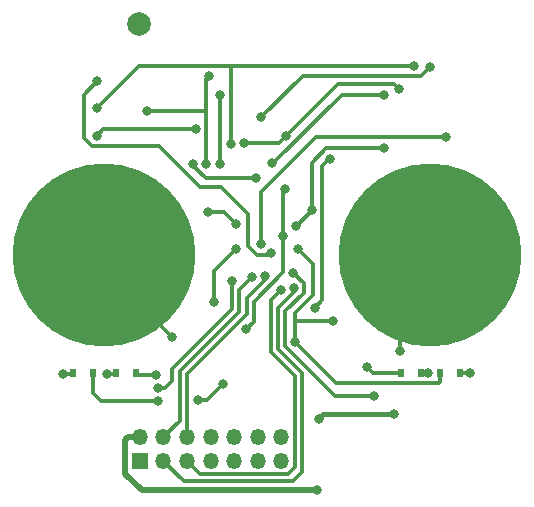
<source format=gbl>
G04 #@! TF.GenerationSoftware,KiCad,Pcbnew,no-vcs-found-6cefb68~58~ubuntu16.04.1*
G04 #@! TF.CreationDate,2017-05-09T13:19:31+03:00*
G04 #@! TF.ProjectId,livolo_2_channels_1way_eu_switch,6C69766F6C6F5F325F6368616E6E656C,rev?*
G04 #@! TF.FileFunction,Copper,L2,Bot,Signal*
G04 #@! TF.FilePolarity,Positive*
%FSLAX46Y46*%
G04 Gerber Fmt 4.6, Leading zero omitted, Abs format (unit mm)*
G04 Created by KiCad (PCBNEW no-vcs-found-6cefb68~58~ubuntu16.04.1) date Tue May  9 13:19:31 2017*
%MOMM*%
%LPD*%
G01*
G04 APERTURE LIST*
%ADD10C,0.100000*%
%ADD11C,15.500000*%
%ADD12R,0.600000X0.800000*%
%ADD13C,1.998980*%
%ADD14O,1.350000X1.350000*%
%ADD15R,1.350000X1.350000*%
%ADD16C,0.800000*%
%ADD17C,0.300000*%
%ADD18C,0.450000*%
%ADD19C,0.500000*%
G04 APERTURE END LIST*
D10*
D11*
X156250000Y-92150000D03*
X128650000Y-92150000D03*
D12*
X129650000Y-102150000D03*
X131350000Y-102150000D03*
X126000000Y-102150000D03*
X127700000Y-102150000D03*
X158800000Y-102150000D03*
X157100000Y-102150000D03*
X155450000Y-102150000D03*
X153750000Y-102150000D03*
D13*
X131550000Y-72550000D03*
D14*
X143650000Y-107550000D03*
X143650000Y-109550000D03*
X141650000Y-107550000D03*
X141650000Y-109550000D03*
X139650000Y-107550000D03*
X139650000Y-109550000D03*
X137650000Y-107550000D03*
X137650000Y-109550000D03*
X135650000Y-107550000D03*
X135650000Y-109550000D03*
X133650000Y-107550000D03*
X133650000Y-109550000D03*
X131650000Y-107550000D03*
D15*
X131650000Y-109550000D03*
D16*
X137240702Y-84402819D03*
X152300000Y-83100000D03*
X137499998Y-76950010D03*
X145092551Y-91657449D03*
X148000000Y-97700000D03*
X138671485Y-103086161D03*
X144800000Y-99500000D03*
X136600000Y-104400000D03*
X133200000Y-104500000D03*
X132247340Y-79958848D03*
X146225009Y-88306238D03*
X144900000Y-89700000D03*
X139800000Y-89550002D03*
X137450000Y-88524998D03*
X150891952Y-101651983D03*
X140653020Y-98418270D03*
X133014549Y-102315473D03*
X138416234Y-84423097D03*
X138432929Y-78572282D03*
X143992417Y-86553252D03*
X143802464Y-90525717D03*
X137974356Y-96075004D03*
X139800000Y-91667529D03*
X146800000Y-106000000D03*
X153200000Y-105600000D03*
X142799990Y-91945222D03*
X128050002Y-77425000D03*
X146650010Y-112049990D03*
X153700000Y-100300000D03*
X134400000Y-99100000D03*
X136390692Y-81475000D03*
X144061457Y-82036447D03*
X153600000Y-78100000D03*
X140444049Y-82657764D03*
X128000012Y-82050010D03*
X154899998Y-76100000D03*
X139345788Y-82719813D03*
X128000014Y-79725000D03*
X156200000Y-76200000D03*
X141950000Y-80450000D03*
X128900000Y-102200000D03*
X125194336Y-102172950D03*
X159591524Y-102115136D03*
X156099966Y-102100000D03*
X147747836Y-84049990D03*
X146449990Y-96603597D03*
X133235174Y-103400550D03*
X139464930Y-94299484D03*
X144665450Y-93634550D03*
X151500000Y-104100000D03*
X144674574Y-94923329D03*
X142261849Y-93951529D03*
X143586763Y-95086716D03*
X141164942Y-94034130D03*
X157566229Y-82183121D03*
X141918510Y-91228448D03*
X136140940Y-84426258D03*
X141500002Y-85650000D03*
X152350578Y-78550011D03*
X142874990Y-84375000D03*
D17*
X137240702Y-84402819D02*
X137240702Y-80000000D01*
X137240702Y-80000000D02*
X137240702Y-77209306D01*
X132247340Y-79958848D02*
X137199550Y-79958848D01*
X137199550Y-79958848D02*
X137240702Y-80000000D01*
X137240702Y-77209306D02*
X137499998Y-76950010D01*
X146225009Y-84314815D02*
X146225009Y-88306238D01*
X147439824Y-83100000D02*
X146225009Y-84314815D01*
X152300000Y-83100000D02*
X147439824Y-83100000D01*
X146300009Y-92864907D02*
X145092551Y-91657449D01*
X146300009Y-95548533D02*
X146300009Y-92864907D01*
X144800000Y-97700000D02*
X144800000Y-97048542D01*
X144800000Y-97048542D02*
X146300009Y-95548533D01*
X144800000Y-99500000D02*
X144800000Y-97700000D01*
X148000000Y-97700000D02*
X144800000Y-97700000D01*
X137357646Y-104400000D02*
X138671485Y-103086161D01*
X136600000Y-104400000D02*
X137357646Y-104400000D01*
X148300001Y-103000001D02*
X144800000Y-99500000D01*
X157100000Y-102850000D02*
X156949999Y-103000001D01*
X156949999Y-103000001D02*
X148300001Y-103000001D01*
X157100000Y-102150000D02*
X157100000Y-102850000D01*
X128392068Y-104500000D02*
X133200000Y-104500000D01*
X127700000Y-102150000D02*
X127700000Y-103807932D01*
X127700000Y-103807932D02*
X128392068Y-104500000D01*
X146225009Y-88374991D02*
X146225009Y-88306238D01*
X144900000Y-89700000D02*
X146225009Y-88374991D01*
X137450000Y-88524998D02*
X138774996Y-88524998D01*
X138774996Y-88524998D02*
X139800000Y-89550002D01*
X151389969Y-102150000D02*
X150891952Y-101651983D01*
X153750000Y-102150000D02*
X151389969Y-102150000D01*
X141300033Y-96116125D02*
X141300033Y-97771257D01*
X143802464Y-93613694D02*
X141300033Y-96116125D01*
X141300033Y-97771257D02*
X140653020Y-98418270D01*
X143802464Y-90525717D02*
X143802464Y-93613694D01*
X133014549Y-102315473D02*
X131515473Y-102315473D01*
X131515473Y-102315473D02*
X131350000Y-102150000D01*
X138432929Y-84406402D02*
X138416234Y-84423097D01*
X138432929Y-78572282D02*
X138432929Y-84406402D01*
X143802464Y-86743205D02*
X143992417Y-86553252D01*
X143802464Y-90525717D02*
X143802464Y-86743205D01*
X137974356Y-93493173D02*
X137974356Y-96075004D01*
X139800000Y-91667529D02*
X137974356Y-93493173D01*
D18*
X153200000Y-105600000D02*
X147200000Y-105600000D01*
X147200000Y-105600000D02*
X146800000Y-106000000D01*
D17*
X142597071Y-92148141D02*
X142799990Y-91945222D01*
X140850000Y-88700000D02*
X140850000Y-91415685D01*
X138525001Y-86375001D02*
X140850000Y-88700000D01*
X140850000Y-91415685D02*
X141582456Y-92148141D01*
X136750001Y-86375001D02*
X138525001Y-86375001D01*
X133275012Y-82900012D02*
X136750001Y-86375001D01*
X126900000Y-78575002D02*
X126900000Y-82208002D01*
X128050002Y-77425000D02*
X126900000Y-78575002D01*
X127592010Y-82900012D02*
X133275012Y-82900012D01*
X141582456Y-92148141D02*
X142597071Y-92148141D01*
X126900000Y-82208002D02*
X127592010Y-82900012D01*
D19*
X131809988Y-112049990D02*
X146650010Y-112049990D01*
X130424999Y-110665001D02*
X131809988Y-112049990D01*
X130695406Y-107550000D02*
X130424999Y-107820407D01*
X131650000Y-107550000D02*
X130695406Y-107550000D01*
X130424999Y-107820407D02*
X130424999Y-110665001D01*
D17*
X153700000Y-100300000D02*
X153700000Y-94700000D01*
X153700000Y-94700000D02*
X156250000Y-92150000D01*
X128650000Y-93350000D02*
X134400000Y-99100000D01*
X128650000Y-92150000D02*
X128650000Y-93350000D01*
X128575022Y-81475000D02*
X136390692Y-81475000D01*
X128000012Y-82050010D02*
X128575022Y-81475000D01*
X148397903Y-77700001D02*
X144061457Y-82036447D01*
X143440140Y-82657764D02*
X144061457Y-82036447D01*
X140444049Y-82657764D02*
X143440140Y-82657764D01*
X153600000Y-78100000D02*
X153200001Y-77700001D01*
X153200001Y-77700001D02*
X148397903Y-77700001D01*
X139345788Y-82719813D02*
X139400000Y-82665601D01*
X139400000Y-82665601D02*
X139400000Y-76100000D01*
X154899998Y-76100000D02*
X139400000Y-76100000D01*
X139400000Y-76100000D02*
X131625014Y-76100000D01*
X131625014Y-76100000D02*
X128000014Y-79725000D01*
X141950000Y-80450000D02*
X145449998Y-76950002D01*
X145449998Y-76950002D02*
X155449998Y-76950002D01*
X155449998Y-76950002D02*
X156200000Y-76200000D01*
X128900000Y-102200000D02*
X129600000Y-102200000D01*
X129600000Y-102200000D02*
X129650000Y-102150000D01*
X125194336Y-102172950D02*
X125977050Y-102172950D01*
X125977050Y-102172950D02*
X126000000Y-102150000D01*
X159591524Y-102115136D02*
X158834864Y-102115136D01*
X158834864Y-102115136D02*
X158800000Y-102150000D01*
X156099966Y-102100034D02*
X156099966Y-102100000D01*
X155450000Y-102150000D02*
X156050000Y-102150000D01*
X156050000Y-102150000D02*
X156099966Y-102100034D01*
X146449990Y-96603597D02*
X147100000Y-95953587D01*
X147100000Y-95953587D02*
X147100000Y-84600000D01*
X147100000Y-84600000D02*
X147650010Y-84049990D01*
X147650010Y-84049990D02*
X147747836Y-84049990D01*
X139464930Y-94299484D02*
X139464930Y-96693074D01*
X139464930Y-96693074D02*
X134400000Y-101758004D01*
X134400000Y-101758004D02*
X134400000Y-102800000D01*
X134400000Y-102800000D02*
X133799450Y-103400550D01*
X133799450Y-103400550D02*
X133235174Y-103400550D01*
X145524575Y-94493675D02*
X144665450Y-93634550D01*
X145524575Y-95331330D02*
X145524575Y-94493675D01*
X143949999Y-99852914D02*
X143949999Y-96905906D01*
X151500000Y-104100000D02*
X148197085Y-104100000D01*
X143949999Y-96905906D02*
X145524575Y-95331330D01*
X148197085Y-104100000D02*
X143949999Y-99852914D01*
X144674574Y-95276882D02*
X144674574Y-94923329D01*
X143349988Y-96601468D02*
X144674574Y-95276882D01*
X145400000Y-110500000D02*
X145400000Y-102151458D01*
X144624988Y-111275012D02*
X145400000Y-110500000D01*
X143349988Y-100101446D02*
X143349988Y-96601468D01*
X133650000Y-109550000D02*
X135375012Y-111275012D01*
X135375012Y-111275012D02*
X144624988Y-111275012D01*
X145400000Y-102151458D02*
X143349988Y-100101446D01*
X142261849Y-94228104D02*
X142261849Y-93951529D01*
X135650000Y-107550000D02*
X135650000Y-102205089D01*
X140700022Y-95789931D02*
X142261849Y-94228104D01*
X140700022Y-97155067D02*
X140700022Y-95789931D01*
X135650000Y-102205089D02*
X140700022Y-97155067D01*
X135650000Y-109550000D02*
X136775001Y-110675001D01*
X144775001Y-102375001D02*
X142749977Y-100349977D01*
X142749977Y-100349977D02*
X142749977Y-95923502D01*
X144775001Y-110090001D02*
X144775001Y-102375001D01*
X136775001Y-110675001D02*
X144190001Y-110675001D01*
X144190001Y-110675001D02*
X144775001Y-110090001D01*
X142749977Y-95923502D02*
X143586763Y-95086716D01*
X140064941Y-95134131D02*
X141164942Y-94034130D01*
X140064941Y-96941606D02*
X140064941Y-95134131D01*
X135049989Y-101956558D02*
X140064941Y-96941606D01*
X135049989Y-106150011D02*
X135049989Y-101956558D01*
X133650000Y-107550000D02*
X135049989Y-106150011D01*
X141918510Y-91228448D02*
X141918510Y-86831490D01*
X141918510Y-86831490D02*
X146566879Y-82183121D01*
X146566879Y-82183121D02*
X157566229Y-82183121D01*
X136140940Y-84561061D02*
X136140940Y-84426258D01*
X141500002Y-85650000D02*
X137229879Y-85650000D01*
X137229879Y-85650000D02*
X136140940Y-84561061D01*
X148749989Y-78550011D02*
X152350578Y-78550011D01*
X142874990Y-84375000D02*
X142925000Y-84375000D01*
X142925000Y-84375000D02*
X148749989Y-78550011D01*
M02*

</source>
